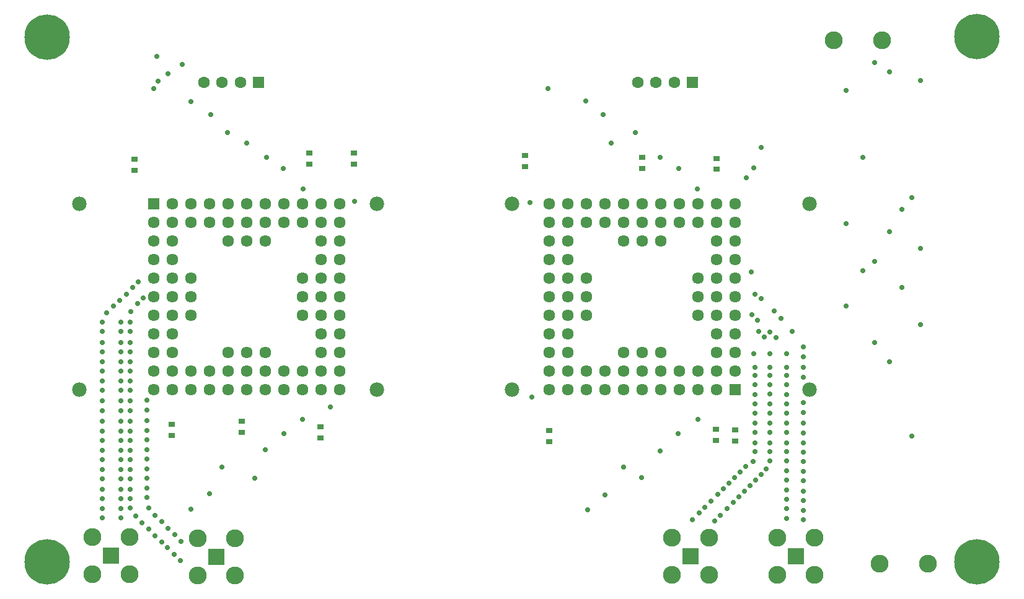
<source format=gts>
G04*
G04 #@! TF.GenerationSoftware,Altium Limited,Altium Designer,25.4.2 (15)*
G04*
G04 Layer_Color=8388736*
%FSLAX44Y44*%
%MOMM*%
G71*
G04*
G04 #@! TF.SameCoordinates,C8064B0B-EDE6-4B3A-8A14-C26425D78004*
G04*
G04*
G04 #@! TF.FilePolarity,Negative*
G04*
G01*
G75*
%ADD18R,0.9000X0.8000*%
%ADD19C,2.4500*%
%ADD20R,2.3000X2.3000*%
%ADD21C,1.6112*%
%ADD22R,1.6112X1.6112*%
%ADD23C,1.9832*%
%ADD24C,1.6032*%
%ADD25R,1.6032X1.6032*%
%ADD26C,6.2032*%
%ADD27C,0.7032*%
D18*
X685800Y587890D02*
D03*
Y572890D02*
D03*
X391160Y591700D02*
D03*
Y576700D02*
D03*
X946150Y198550D02*
D03*
Y213550D02*
D03*
X972820Y198240D02*
D03*
Y213240D02*
D03*
X845820Y585350D02*
D03*
Y570350D02*
D03*
X718820Y196970D02*
D03*
Y211970D02*
D03*
X298450Y209670D02*
D03*
Y224670D02*
D03*
X947420Y584200D02*
D03*
Y569200D02*
D03*
X203200Y205860D02*
D03*
Y220860D02*
D03*
X406400Y202050D02*
D03*
Y217050D02*
D03*
X452120Y591700D02*
D03*
Y576700D02*
D03*
X152400Y582810D02*
D03*
Y567810D02*
D03*
D19*
X886360Y15140D02*
D03*
Y66140D02*
D03*
X937360Y15140D02*
D03*
Y66140D02*
D03*
X94515Y15775D02*
D03*
Y66775D02*
D03*
X145515Y15775D02*
D03*
Y66775D02*
D03*
X1029870Y15140D02*
D03*
Y66140D02*
D03*
X1080870Y15140D02*
D03*
Y66140D02*
D03*
X238660Y13870D02*
D03*
Y64870D02*
D03*
X289660Y13870D02*
D03*
Y64870D02*
D03*
X1235710Y30480D02*
D03*
X1169670D02*
D03*
X1107440Y745490D02*
D03*
X1173480D02*
D03*
D20*
X911860Y40640D02*
D03*
X120015Y41275D02*
D03*
X1055370Y40640D02*
D03*
X264160Y39370D02*
D03*
D21*
X846020Y267970D02*
D03*
X871420D02*
D03*
X896820D02*
D03*
X922220D02*
D03*
X947620D02*
D03*
X820620D02*
D03*
X795220D02*
D03*
X769820D02*
D03*
X744420D02*
D03*
X719020D02*
D03*
X973020Y293370D02*
D03*
Y318770D02*
D03*
Y344170D02*
D03*
Y369570D02*
D03*
Y394970D02*
D03*
Y420370D02*
D03*
Y445770D02*
D03*
Y471170D02*
D03*
Y496570D02*
D03*
Y521970D02*
D03*
X947620Y293370D02*
D03*
X922220D02*
D03*
X896820D02*
D03*
X871420D02*
D03*
X846020D02*
D03*
X820620D02*
D03*
X795220D02*
D03*
X769820D02*
D03*
X744420D02*
D03*
X719020D02*
D03*
X947620Y318770D02*
D03*
X871420D02*
D03*
X846020D02*
D03*
X820620D02*
D03*
X744420D02*
D03*
X719020D02*
D03*
X947620Y344170D02*
D03*
X744420D02*
D03*
X719020D02*
D03*
X947620Y369570D02*
D03*
X769820D02*
D03*
X744420D02*
D03*
X719020D02*
D03*
X947620Y394970D02*
D03*
X769820D02*
D03*
X744420D02*
D03*
X719020D02*
D03*
X947620Y420370D02*
D03*
X769820D02*
D03*
X744420D02*
D03*
X719020D02*
D03*
X947620Y445770D02*
D03*
X744420D02*
D03*
X719020D02*
D03*
X947620Y471170D02*
D03*
X871420D02*
D03*
X846020D02*
D03*
X820620D02*
D03*
X744420D02*
D03*
X719020D02*
D03*
X947620Y496570D02*
D03*
X922220D02*
D03*
X896820D02*
D03*
X871420D02*
D03*
X846020D02*
D03*
X820620D02*
D03*
X795220D02*
D03*
X769820D02*
D03*
X744420D02*
D03*
X719020D02*
D03*
X947620Y521970D02*
D03*
X922220D02*
D03*
X896820D02*
D03*
X871420D02*
D03*
X846020D02*
D03*
X820620D02*
D03*
X795220D02*
D03*
X769820D02*
D03*
X744420D02*
D03*
X719020D02*
D03*
X922220Y369570D02*
D03*
Y394970D02*
D03*
Y420370D02*
D03*
X305170Y521970D02*
D03*
X279770D02*
D03*
X254370D02*
D03*
X228970D02*
D03*
X203570D02*
D03*
X330570D02*
D03*
X355970D02*
D03*
X381370D02*
D03*
X406770D02*
D03*
X432170D02*
D03*
X178170Y496570D02*
D03*
Y471170D02*
D03*
Y445770D02*
D03*
Y420370D02*
D03*
Y394970D02*
D03*
Y369570D02*
D03*
Y344170D02*
D03*
Y318770D02*
D03*
Y293370D02*
D03*
Y267970D02*
D03*
X203570Y496570D02*
D03*
X228970D02*
D03*
X254370D02*
D03*
X279770D02*
D03*
X305170D02*
D03*
X330570D02*
D03*
X355970D02*
D03*
X381370D02*
D03*
X406770D02*
D03*
X432170D02*
D03*
X203570Y471170D02*
D03*
X279770D02*
D03*
X305170D02*
D03*
X330570D02*
D03*
X406770D02*
D03*
X432170D02*
D03*
X203570Y445770D02*
D03*
X406770D02*
D03*
X432170D02*
D03*
X203570Y420370D02*
D03*
X381370D02*
D03*
X406770D02*
D03*
X432170D02*
D03*
X203570Y394970D02*
D03*
X381370D02*
D03*
X406770D02*
D03*
X432170D02*
D03*
X203570Y369570D02*
D03*
X381370D02*
D03*
X406770D02*
D03*
X432170D02*
D03*
X203570Y344170D02*
D03*
X406770D02*
D03*
X432170D02*
D03*
X203570Y318770D02*
D03*
X279770D02*
D03*
X305170D02*
D03*
X330570D02*
D03*
X406770D02*
D03*
X432170D02*
D03*
X203570Y293370D02*
D03*
X228970D02*
D03*
X254370D02*
D03*
X279770D02*
D03*
X305170D02*
D03*
X330570D02*
D03*
X355970D02*
D03*
X381370D02*
D03*
X406770D02*
D03*
X432170D02*
D03*
X203570Y267970D02*
D03*
X228970D02*
D03*
X254370D02*
D03*
X279770D02*
D03*
X305170D02*
D03*
X330570D02*
D03*
X355970D02*
D03*
X381370D02*
D03*
X406770D02*
D03*
X432170D02*
D03*
X228970Y420370D02*
D03*
Y394970D02*
D03*
Y369570D02*
D03*
D22*
X973020Y267970D02*
D03*
X178170Y521970D02*
D03*
D23*
X1074020Y267970D02*
D03*
Y521970D02*
D03*
X668020Y267970D02*
D03*
Y521970D02*
D03*
X77170D02*
D03*
Y267970D02*
D03*
X483170Y521970D02*
D03*
Y267970D02*
D03*
D24*
X864400Y688340D02*
D03*
X889400D02*
D03*
X839400D02*
D03*
X271780D02*
D03*
X296780D02*
D03*
X246780D02*
D03*
D25*
X914400D02*
D03*
X321780D02*
D03*
D26*
X32797Y750022D02*
D03*
Y32472D02*
D03*
X1302797D02*
D03*
X1303020Y750570D02*
D03*
D27*
X988060Y557530D02*
D03*
X998220Y571500D02*
D03*
X1008380Y599440D02*
D03*
X1123950Y676910D02*
D03*
X1225550Y690880D02*
D03*
X1183640Y702310D02*
D03*
X1163320Y715010D02*
D03*
X1123950Y382270D02*
D03*
Y495300D02*
D03*
X1146810Y430530D02*
D03*
X994410Y429260D02*
D03*
X1225550Y461010D02*
D03*
Y356870D02*
D03*
X1146810Y585470D02*
D03*
X1163320Y443230D02*
D03*
Y332740D02*
D03*
X1183640Y483870D02*
D03*
Y306070D02*
D03*
X1200150Y407670D02*
D03*
Y514350D02*
D03*
X1214120Y530860D02*
D03*
Y204470D02*
D03*
X923428Y99321D02*
D03*
X168910Y146897D02*
D03*
Y133773D02*
D03*
Y120650D02*
D03*
X197307Y51927D02*
D03*
X206197Y43038D02*
D03*
X215087Y34148D02*
D03*
X146050Y106680D02*
D03*
Y119380D02*
D03*
X189230Y59690D02*
D03*
X180340Y68580D02*
D03*
X171450Y77470D02*
D03*
X162560Y86360D02*
D03*
X153670Y95250D02*
D03*
X1042670Y92242D02*
D03*
Y131345D02*
D03*
Y157413D02*
D03*
Y183482D02*
D03*
X133350Y92710D02*
D03*
Y105833D02*
D03*
Y118957D02*
D03*
Y132080D02*
D03*
Y146050D02*
D03*
Y172297D02*
D03*
Y185420D02*
D03*
Y198543D02*
D03*
Y224790D02*
D03*
Y211667D02*
D03*
Y319617D02*
D03*
X184150Y689650D02*
D03*
X182880Y723900D02*
D03*
X198120Y699770D02*
D03*
X217170Y712470D02*
D03*
X716547Y679490D02*
D03*
X178803D02*
D03*
X163925Y393561D02*
D03*
X156305Y385941D02*
D03*
X147415Y374511D02*
D03*
X157480Y415290D02*
D03*
X149860Y407670D02*
D03*
X140970Y398780D02*
D03*
X132175Y389751D02*
D03*
X123285Y382131D02*
D03*
X114395Y373241D02*
D03*
X146050Y306493D02*
D03*
Y319617D02*
D03*
Y360680D02*
D03*
Y347557D02*
D03*
Y267123D02*
D03*
Y280247D02*
D03*
Y293370D02*
D03*
Y332740D02*
D03*
X133350Y306493D02*
D03*
Y360680D02*
D03*
Y347557D02*
D03*
Y267123D02*
D03*
Y280247D02*
D03*
Y293370D02*
D03*
Y332740D02*
D03*
X107950Y306493D02*
D03*
Y319617D02*
D03*
Y360680D02*
D03*
Y347557D02*
D03*
Y267123D02*
D03*
Y280247D02*
D03*
Y293370D02*
D03*
Y332740D02*
D03*
X169177Y199523D02*
D03*
Y212646D02*
D03*
Y253709D02*
D03*
Y240586D02*
D03*
Y160153D02*
D03*
Y173276D02*
D03*
Y186399D02*
D03*
Y225769D02*
D03*
X171450Y106680D02*
D03*
X180340Y96520D02*
D03*
X189230Y87630D02*
D03*
X198120Y78740D02*
D03*
X207010Y69850D02*
D03*
X215900Y60960D02*
D03*
X146050Y132080D02*
D03*
Y224790D02*
D03*
Y185420D02*
D03*
Y172297D02*
D03*
Y159173D02*
D03*
Y146050D02*
D03*
Y239607D02*
D03*
Y252730D02*
D03*
Y211667D02*
D03*
Y198543D02*
D03*
X133350Y159173D02*
D03*
Y239607D02*
D03*
Y252730D02*
D03*
X107950Y92710D02*
D03*
Y105833D02*
D03*
Y118957D02*
D03*
Y132080D02*
D03*
Y224790D02*
D03*
Y185420D02*
D03*
Y172297D02*
D03*
Y159173D02*
D03*
Y146050D02*
D03*
Y239607D02*
D03*
Y252730D02*
D03*
Y211667D02*
D03*
Y198543D02*
D03*
X986928Y162822D02*
D03*
X979308Y155202D02*
D03*
X971688Y147582D02*
D03*
X964068Y139962D02*
D03*
X956448Y132341D02*
D03*
X948828Y124721D02*
D03*
X939938Y115831D02*
D03*
X931048Y106941D02*
D03*
X914538Y90431D02*
D03*
X944880Y88900D02*
D03*
X952500Y96520D02*
D03*
X961390Y105410D02*
D03*
X970280Y114300D02*
D03*
X977900Y121920D02*
D03*
X985520Y129540D02*
D03*
X993140Y137160D02*
D03*
X1000760Y144780D02*
D03*
X1008380Y152400D02*
D03*
X1014730Y160020D02*
D03*
X999490Y222584D02*
D03*
Y183482D02*
D03*
X996950Y170180D02*
D03*
X999490Y235618D02*
D03*
Y248653D02*
D03*
Y209550D02*
D03*
Y195580D02*
D03*
Y261687D02*
D03*
Y274721D02*
D03*
Y287755D02*
D03*
Y298450D02*
D03*
X1019810Y298650D02*
D03*
Y287955D02*
D03*
Y274921D02*
D03*
Y261887D02*
D03*
Y195580D02*
D03*
Y209750D02*
D03*
Y248853D02*
D03*
Y235819D02*
D03*
Y170648D02*
D03*
Y183682D02*
D03*
Y222784D02*
D03*
X998220Y317500D02*
D03*
X1019810D02*
D03*
X1012190Y340360D02*
D03*
X1004570Y347980D02*
D03*
X1042670Y105276D02*
D03*
Y118311D02*
D03*
Y222584D02*
D03*
Y170447D02*
D03*
Y144379D02*
D03*
Y235618D02*
D03*
Y248653D02*
D03*
Y209550D02*
D03*
Y195580D02*
D03*
X1065530D02*
D03*
Y209127D02*
D03*
X1042670Y261687D02*
D03*
Y274721D02*
D03*
Y287755D02*
D03*
Y298450D02*
D03*
Y317500D02*
D03*
X1028700Y339090D02*
D03*
X1019810Y346710D02*
D03*
X1003300Y363220D02*
D03*
X995680Y370840D02*
D03*
X999490Y398780D02*
D03*
X1008380Y392430D02*
D03*
X1026160Y375920D02*
D03*
X1035050Y365760D02*
D03*
X1050290Y347980D02*
D03*
X1065530Y298450D02*
D03*
Y285327D02*
D03*
Y313267D02*
D03*
Y326390D02*
D03*
Y250190D02*
D03*
Y237067D02*
D03*
Y143510D02*
D03*
Y156633D02*
D03*
Y169757D02*
D03*
Y182880D02*
D03*
Y222250D02*
D03*
Y129540D02*
D03*
Y116417D02*
D03*
Y103293D02*
D03*
Y90170D02*
D03*
X271780Y162560D02*
D03*
X692670Y523990D02*
D03*
X452391Y525509D02*
D03*
X419809Y244549D02*
D03*
X695117Y258237D02*
D03*
X228970Y104510D02*
D03*
X332740Y585470D02*
D03*
X305170Y605420D02*
D03*
X279585Y619575D02*
D03*
X256540Y643890D02*
D03*
X228970Y662040D02*
D03*
X768450Y662840D02*
D03*
X803267Y605163D02*
D03*
X836295Y619125D02*
D03*
X869950Y585470D02*
D03*
X895350Y570230D02*
D03*
X920750Y542290D02*
D03*
X894450Y207910D02*
D03*
X845150Y147920D02*
D03*
X770890Y104140D02*
D03*
X381820Y227780D02*
D03*
X331020Y185870D02*
D03*
X316865Y146685D02*
D03*
X254820Y126180D02*
D03*
X820420Y162560D02*
D03*
X869950Y184150D02*
D03*
X355970Y207910D02*
D03*
X922020Y227330D02*
D03*
X792480Y643890D02*
D03*
X795020Y124460D02*
D03*
X355600Y570230D02*
D03*
X382270Y542290D02*
D03*
M02*

</source>
